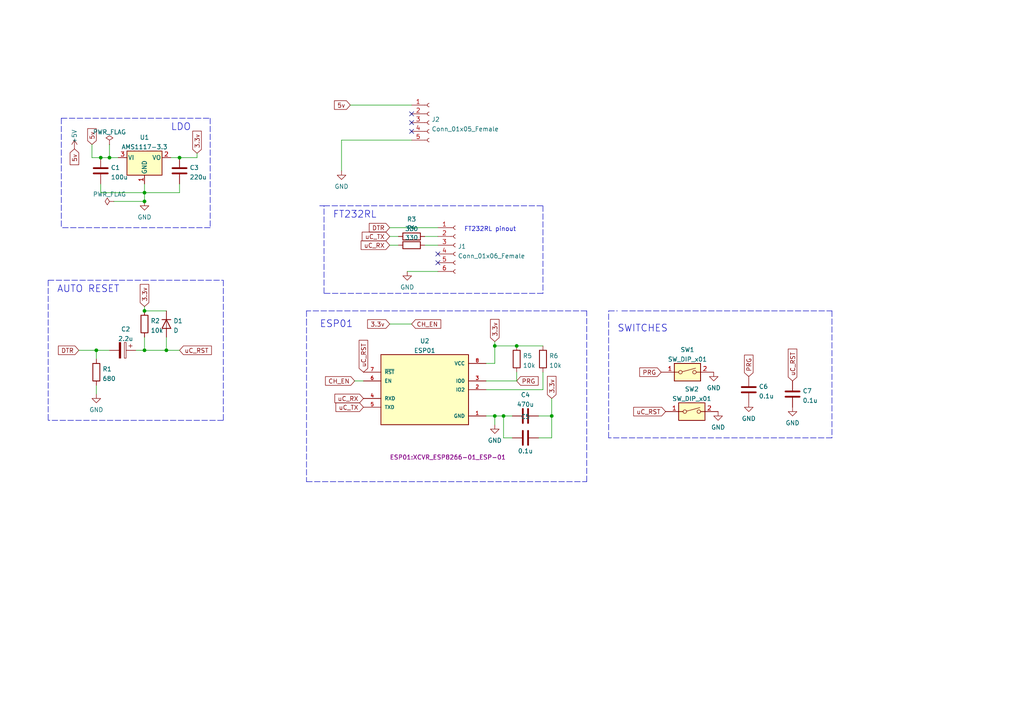
<source format=kicad_sch>
(kicad_sch (version 20211123) (generator eeschema)
  (paper "A4")
  (title_block (title "esp01 programming board") (date "2022-02-19") (rev "0.1") (company "Amitesh Singh"))
  (lib_symbols
    (symbol "Connector:Conn_01x05_Female" (pin_names (offset 1.016) hide)
      (property "Reference" "J" (at 0 7.62 0))
      (property "Value" "Conn_01x05_Female" (at 0 -7.62 0))
      (symbol "Conn_01x05_Female_1_1"
        (arc (start 0 -4.572) (mid -0.508 -5.08) (end 0 -5.588) (stroke (width 0.1524)))
        (arc (start 0 -2.032) (mid -0.508 -2.54) (end 0 -3.048) (stroke (width 0.1524)))
        (polyline (pts (xy -1.27 -5.08) (xy -0.508 -5.08)) (stroke (width 0.1524)))
        (polyline (pts (xy -1.27 -2.54) (xy -0.508 -2.54)) (stroke (width 0.1524)))
        (polyline (pts (xy -1.27 0) (xy -0.508 0)) (stroke (width 0.1524)))
        (polyline (pts (xy -1.27 2.54) (xy -0.508 2.54)) (stroke (width 0.1524)))
        (polyline (pts (xy -1.27 5.08) (xy -0.508 5.08)) (stroke (width 0.1524)))
        (arc (start 0 0.508) (mid -0.508 0) (end 0 -0.508) (stroke (width 0.1524)))
        (arc (start 0 3.048) (mid -0.508 2.54) (end 0 2.032) (stroke (width 0.1524)))
        (arc (start 0 5.588) (mid -0.508 5.08) (end 0 4.572) (stroke (width 0.1524)))
        (pin passive line (at -5.08 5.08 0) (length 3.81) (name "Pin_1") (number "1"))
        (pin passive line (at -5.08 2.54 0) (length 3.81) (name "Pin_2") (number "2"))
        (pin passive line (at -5.08 0 0) (length 3.81) (name "Pin_3") (number "3"))
        (pin passive line (at -5.08 -2.54 0) (length 3.81) (name "Pin_4") (number "4"))
        (pin passive line (at -5.08 -5.08 0) (length 3.81) (name "Pin_5") (number "5"))
      )
    )
    (symbol "Connector:Conn_01x06_Female" (pin_names (offset 1.016) hide)
      (property "Reference" "J" (at 0 7.62 0))
      (property "Value" "Conn_01x06_Female" (at 0 -10.16 0))
      (symbol "Conn_01x06_Female_1_1"
        (arc (start 0 -7.112) (mid -0.508 -7.62) (end 0 -8.128) (stroke (width 0.1524)))
        (arc (start 0 -4.572) (mid -0.508 -5.08) (end 0 -5.588) (stroke (width 0.1524)))
        (arc (start 0 -2.032) (mid -0.508 -2.54) (end 0 -3.048) (stroke (width 0.1524)))
        (polyline (pts (xy -1.27 -7.62) (xy -0.508 -7.62)) (stroke (width 0.1524)))
        (polyline (pts (xy -1.27 -5.08) (xy -0.508 -5.08)) (stroke (width 0.1524)))
        (polyline (pts (xy -1.27 -2.54) (xy -0.508 -2.54)) (stroke (width 0.1524)))
        (polyline (pts (xy -1.27 0) (xy -0.508 0)) (stroke (width 0.1524)))
        (polyline (pts (xy -1.27 2.54) (xy -0.508 2.54)) (stroke (width 0.1524)))
        (polyline (pts (xy -1.27 5.08) (xy -0.508 5.08)) (stroke (width 0.1524)))
        (arc (start 0 0.508) (mid -0.508 0) (end 0 -0.508) (stroke (width 0.1524)))
        (arc (start 0 3.048) (mid -0.508 2.54) (end 0 2.032) (stroke (width 0.1524)))
        (arc (start 0 5.588) (mid -0.508 5.08) (end 0 4.572) (stroke (width 0.1524)))
        (pin passive line (at -5.08 5.08 0) (length 3.81) (name "Pin_1") (number "1"))
        (pin passive line (at -5.08 2.54 0) (length 3.81) (name "Pin_2") (number "2"))
        (pin passive line (at -5.08 0 0) (length 3.81) (name "Pin_3") (number "3"))
        (pin passive line (at -5.08 -2.54 0) (length 3.81) (name "Pin_4") (number "4"))
        (pin passive line (at -5.08 -5.08 0) (length 3.81) (name "Pin_5") (number "5"))
        (pin passive line (at -5.08 -7.62 0) (length 3.81) (name "Pin_6") (number "6"))
      )
    )
    (symbol "Device:C" (pin_numbers hide) (pin_names (offset 0.254))
      (property "Reference" "C" (at 0.635 2.54 0))
      (property "Value" "C" (at 0.635 -2.54 0))
      (symbol "C_0_1"
        (polyline (pts (xy -2.032 -0.762) (xy 2.032 -0.762)) (stroke (width 0.508)))
        (polyline (pts (xy -2.032 0.762) (xy 2.032 0.762)) (stroke (width 0.508)))
      )
      (symbol "C_1_1"
        (pin passive line (at 0 3.81 270) (length 2.794) (name "~") (number "1"))
        (pin passive line (at 0 -3.81 90) (length 2.794) (name "~") (number "2"))
      )
    )
    (symbol "Device:C_Polarized" (pin_numbers hide) (pin_names (offset 0.254))
      (property "Reference" "C" (at 0.635 2.54 0))
      (property "Value" "C_Polarized" (at 0.635 -2.54 0))
      (symbol "C_Polarized_0_1"
        (rectangle (start -2.286 0.508) (end 2.286 1.016))
        (polyline (pts (xy -1.778 2.286) (xy -0.762 2.286)))
        (polyline (pts (xy -1.27 2.794) (xy -1.27 1.778)))
        (rectangle (start 2.286 -0.508) (end -2.286 -1.016) (fill (type outline)))
      )
      (symbol "C_Polarized_1_1"
        (pin passive line (at 0 3.81 270) (length 2.794) (name "~") (number "1"))
        (pin passive line (at 0 -3.81 90) (length 2.794) (name "~") (number "2"))
      )
    )
    (symbol "Device:D" (pin_numbers hide) (pin_names (offset 1.016) hide)
      (property "Reference" "D" (at 0 2.54 0))
      (property "Value" "D" (at 0 -2.54 0))
      (symbol "D_0_1"
        (polyline (pts (xy -1.27 1.27) (xy -1.27 -1.27)) (stroke (width 0.254)))
        (polyline (pts (xy 1.27 0) (xy -1.27 0)))
        (polyline (pts (xy 1.27 1.27) (xy 1.27 -1.27) (xy -1.27 0) (xy 1.27 1.27)) (stroke (width 0.254)))
      )
      (symbol "D_1_1"
        (pin passive line (at -3.81 0 0) (length 2.54) (name "K") (number "1"))
        (pin passive line (at 3.81 0 180) (length 2.54) (name "A") (number "2"))
      )
    )
    (symbol "Device:R" (pin_numbers hide) (pin_names (offset 0))
      (property "Reference" "R" (at 2.032 0 90))
      (property "Value" "R" (at 0 0 90))
      (symbol "R_0_1"
        (rectangle (start -1.016 -2.54) (end 1.016 2.54) (stroke (width 0.254)))
      )
      (symbol "R_1_1"
        (pin passive line (at 0 3.81 270) (length 1.27) (name "~") (number "1"))
        (pin passive line (at 0 -3.81 90) (length 1.27) (name "~") (number "2"))
      )
    )
    (symbol "Regulator_Linear:AMS1117-3.3" (pin_names (offset 0.254))
      (property "Reference" "U" (at -3.81 3.175 0))
      (property "Value" "AMS1117-3.3" (at 0 3.175 0))
      (symbol "AMS1117-3.3_0_1"
        (rectangle (start -5.08 -5.08) (end 5.08 1.905) (stroke (width 0.254)) (fill (type background)))
      )
      (symbol "AMS1117-3.3_1_1"
        (pin power_in line (at 0 -7.62 90) (length 2.54) (name "GND") (number "1"))
        (pin power_out line (at 7.62 0 180) (length 2.54) (name "VO") (number "2"))
        (pin power_in line (at -7.62 0 0) (length 2.54) (name "VI") (number "3"))
      )
    )
    (symbol "Switch:SW_DIP_x01" (pin_names (offset 0) hide)
      (property "Reference" "SW" (at 0 3.81 0))
      (property "Value" "SW_DIP_x01" (at 0 -3.81 0))
      (symbol "SW_DIP_x01_0_0"
        (circle (center -2.032 0) (radius 0.508))
        (polyline (pts (xy -1.524 0.127) (xy 2.3622 1.1684)))
        (circle (center 2.032 0) (radius 0.508))
      )
      (symbol "SW_DIP_x01_0_1"
        (rectangle (start -3.81 2.54) (end 3.81 -2.54) (stroke (width 0.254)) (fill (type background)))
      )
      (symbol "SW_DIP_x01_1_1"
        (pin passive line (at -7.62 0 0) (length 5.08) (name "~") (number "1"))
        (pin passive line (at 7.62 0 180) (length 5.08) (name "~") (number "2"))
      )
    )
    (symbol "my_esp01:ESP01" (pin_names (offset 1.016))
      (property "Reference" "U" (at -12.7 10.668 0))
      (property "Value" "ESP01" (at -3.81 -12.7 0))
      (symbol "ESP01_0_0"
        (rectangle (start -12.7 -10.16) (end 12.7 10.16) (stroke (width 0.254)) (fill (type background)))
        (pin power_in line (at 17.78 -7.62 180) (length 5.08) (name "GND") (number "1"))
        (pin bidirectional line (at 17.78 0 180) (length 5.08) (name "IO2") (number "2"))
        (pin bidirectional line (at 17.78 2.54 180) (length 5.08) (name "IO0") (number "3"))
        (pin input line (at -17.78 -2.54 0) (length 5.08) (name "RXD") (number "4"))
        (pin output line (at -17.78 -5.08 0) (length 5.08) (name "TXD") (number "5"))
        (pin input line (at -17.78 2.54 0) (length 5.08) (name "EN") (number "6"))
        (pin input line (at -17.78 5.08 0) (length 5.08) (name "~{RST}") (number "7"))
        (pin power_in line (at 17.78 7.62 180) (length 5.08) (name "VCC") (number "8"))
      )
    )
    (symbol "power:+5V" (power) (pin_names (offset 0))
      (property "Value" "+5V" (at 0 3.556 0))
      (symbol "+5V_0_1"
        (polyline (pts (xy -0.762 1.27) (xy 0 2.54)))
        (polyline (pts (xy 0 0) (xy 0 2.54)))
        (polyline (pts (xy 0 2.54) (xy 0.762 1.27)))
      )
      (symbol "+5V_1_1"
        (pin power_in line (at 0 0 90) (length 0) hide (name "+5V") (number "1"))
      )
    )
    (symbol "power:GND" (power) (pin_names (offset 0))
      (property "Value" "GND" (at 0 -3.81 0))
      (symbol "GND_0_1"
        (polyline (pts (xy 0 0) (xy 0 -1.27) (xy 1.27 -1.27) (xy 0 -2.54) (xy -1.27 -1.27) (xy 0 -1.27)))
      )
      (symbol "GND_1_1"
        (pin power_in line (at 0 0 270) (length 0) hide (name "GND") (number "1"))
      )
    )
    (symbol "power:PWR_FLAG" (power) (pin_numbers hide) (pin_names (offset 0) hide)
      (property "Value" "PWR_FLAG" (at 0 3.81 0))
      (symbol "PWR_FLAG_0_0"
        (pin power_out line (at 0 0 90) (length 0) (name "pwr") (number "1"))
      )
      (symbol "PWR_FLAG_0_1"
        (polyline (pts (xy 0 0) (xy 0 1.27) (xy -1.016 1.905) (xy 0 2.54) (xy 1.016 1.905) (xy 0 1.27)))
      )
    )
  )
  (junction (at 149.86 100.33))
  (junction (at 27.94 101.6))
  (junction (at 41.91 90.17))
  (junction (at 29.21 45.72))
  (junction (at 143.51 100.33))
  (junction (at 41.91 58.42))
  (junction (at 31.75 45.72))
  (junction (at 48.26 101.6))
  (junction (at 41.91 55.88))
  (junction (at 143.51 120.65))
  (junction (at 160.02 120.65))
  (junction (at 41.91 101.6))
  (junction (at 52.07 45.72))
  (junction (at 146.05 120.65))
  (no_connect (at 127 76.2))
  (no_connect (at 127 73.66))
  (no_connect (at 119.38 38.1))
  (no_connect (at 119.38 33.02))
  (no_connect (at 119.38 35.56))
  (wire (pts (xy 57.15 45.72) (xy 52.07 45.72)))
  (polyline (pts (xy 64.77 81.28) (xy 64.77 121.92)))
  (wire (pts (xy 48.26 101.6) (xy 52.07 101.6)))
  (wire (pts (xy 27.94 101.6) (xy 27.94 104.14)))
  (wire (pts (xy 99.06 40.64) (xy 119.38 40.64)))
  (wire (pts (xy 140.97 105.41) (xy 143.51 105.41)))
  (wire (pts (xy 143.51 100.33) (xy 143.51 105.41)))
  (wire (pts (xy 27.94 111.76) (xy 27.94 114.3)))
  (wire (pts (xy 99.06 40.64) (xy 99.06 49.53)))
  (wire (pts (xy 27.94 101.6) (xy 31.75 101.6)))
  (wire (pts (xy 41.91 90.17) (xy 48.26 90.17)))
  (polyline (pts (xy 176.53 127) (xy 176.53 90.17)))
  (polyline (pts (xy 64.77 121.92) (xy 13.97 121.92)))
  (polyline (pts (xy 60.96 66.04) (xy 17.78 66.04)))
  (polyline (pts (xy 88.9 139.7) (xy 170.18 139.7)))
  (wire (pts (xy 140.97 120.65) (xy 143.51 120.65)))
  (wire (pts (xy 149.86 110.49) (xy 149.86 107.95)))
  (polyline (pts (xy 93.98 59.69) (xy 157.48 59.69)))
  (polyline (pts (xy 17.78 34.29) (xy 60.96 34.29)))
  (wire (pts (xy 39.37 101.6) (xy 41.91 101.6)))
  (wire (pts (xy 157.48 113.03) (xy 157.48 107.95)))
  (wire (pts (xy 160.02 115.57) (xy 160.02 120.65)))
  (wire (pts (xy 41.91 101.6) (xy 48.26 101.6)))
  (polyline (pts (xy 13.97 81.28) (xy 13.97 121.92)))
  (polyline (pts (xy 13.97 81.28) (xy 64.77 81.28)))
  (wire (pts (xy 140.97 113.03) (xy 157.48 113.03)))
  (wire (pts (xy 57.15 44.45) (xy 57.15 45.72)))
  (polyline (pts (xy 60.96 34.29) (xy 60.96 66.04)))
  (wire (pts (xy 41.91 55.88) (xy 41.91 58.42)))
  (polyline (pts (xy 157.48 59.69) (xy 157.48 85.09)))
  (wire (pts (xy 33.02 58.42) (xy 41.91 58.42)))
  (wire (pts (xy 123.19 68.58) (xy 127 68.58)))
  (polyline (pts (xy 157.48 85.09) (xy 93.98 85.09)))
  (wire (pts (xy 160.02 127) (xy 160.02 120.65)))
  (wire (pts (xy 123.19 71.12) (xy 127 71.12)))
  (polyline (pts (xy 88.9 90.17) (xy 88.9 92.71)))
  (wire (pts (xy 156.21 120.65) (xy 160.02 120.65)))
  (polyline (pts (xy 170.18 90.17) (xy 88.9 90.17)))
  (wire (pts (xy 146.05 120.65) (xy 148.59 120.65)))
  (wire (pts (xy 102.87 110.49) (xy 105.41 110.49)))
  (wire (pts (xy 113.03 71.12) (xy 115.57 71.12)))
  (wire (pts (xy 41.91 97.79) (xy 41.91 101.6)))
  (polyline (pts (xy 93.98 85.09) (xy 93.98 59.69)))
  (polyline (pts (xy 180.34 90.17) (xy 241.3 90.17)))
  (wire (pts (xy 156.21 127) (xy 160.02 127)))
  (wire (pts (xy 113.03 68.58) (xy 115.57 68.58)))
  (wire (pts (xy 31.75 41.91) (xy 31.75 45.72)))
  (polyline (pts (xy 170.18 139.7) (xy 170.18 90.17)))
  (polyline (pts (xy 241.3 90.17) (xy 241.3 127)))
  (polyline (pts (xy 92.71 59.69) (xy 93.98 59.69)))
  (wire (pts (xy 118.11 78.74) (xy 127 78.74)))
  (polyline (pts (xy 17.78 34.29) (xy 17.78 66.04)))
  (wire (pts (xy 113.03 93.98) (xy 119.38 93.98)))
  (wire (pts (xy 143.51 100.33) (xy 149.86 100.33)))
  (wire (pts (xy 48.26 97.79) (xy 48.26 101.6)))
  (wire (pts (xy 143.51 120.65) (xy 146.05 120.65)))
  (wire (pts (xy 52.07 45.72) (xy 49.53 45.72)))
  (wire (pts (xy 52.07 55.88) (xy 52.07 53.34)))
  (wire (pts (xy 146.05 120.65) (xy 146.05 127)))
  (wire (pts (xy 26.67 45.72) (xy 29.21 45.72)))
  (wire (pts (xy 41.91 53.34) (xy 41.91 55.88)))
  (polyline (pts (xy 176.53 90.17) (xy 179.07 90.17)))
  (wire (pts (xy 101.6 30.48) (xy 119.38 30.48)))
  (wire (pts (xy 26.67 41.91) (xy 26.67 45.72)))
  (wire (pts (xy 41.91 88.9) (xy 41.91 90.17)))
  (wire (pts (xy 22.86 101.6) (xy 27.94 101.6)))
  (wire (pts (xy 29.21 53.34) (xy 29.21 55.88)))
  (polyline (pts (xy 241.3 127) (xy 176.53 127)))
  (wire (pts (xy 41.91 55.88) (xy 52.07 55.88)))
  (wire (pts (xy 146.05 127) (xy 148.59 127)))
  (wire (pts (xy 149.86 100.33) (xy 157.48 100.33)))
  (wire (pts (xy 143.51 99.06) (xy 143.51 100.33)))
  (wire (pts (xy 29.21 55.88) (xy 41.91 55.88)))
  (wire (pts (xy 29.21 45.72) (xy 31.75 45.72)))
  (wire (pts (xy 143.51 120.65) (xy 143.51 123.19)))
  (wire (pts (xy 140.97 110.49) (xy 149.86 110.49)))
  (polyline (pts (xy 88.9 92.71) (xy 88.9 139.7)))
  (wire (pts (xy 113.03 66.04) (xy 127 66.04)))
  (wire (pts (xy 31.75 45.72) (xy 34.29 45.72)))
  (text "SWITCHES" (at 179.07 96.52 0) (effects (font (size 2 2)) (justify left bottom)))
  (text "LDO" (at 49.53 38.1 0) (effects (font (size 2 2)) (justify left bottom)))
  (text "ESP01\n" (at 92.71 95.25 0) (effects (font (size 2 2)) (justify left bottom)))
  (text "FT232RL" (at 96.52 63.5 0) (effects (font (size 2 2)) (justify left bottom)))
  (text "AUTO RESET" (at 16.51 85.09 0) (effects (font (size 2 2)) (justify left bottom)))
  (text "FT232RL pinout" (at 134.62 67.31 0) (effects (font (size 1.27 1.27)) (justify left bottom)))
  (global_label "DTR" (shape input) (at 113.03 66.04 180) (property "Intersheet References" "${INTERSHEET_REFS}" (effects hide)))
  (global_label "5v" (shape input) (at 21.59 43.18 270) (property "Intersheet References" "${INTERSHEET_REFS}" (effects hide)))
  (global_label "5v" (shape input) (at 26.67 41.91 90) (property "Intersheet References" "${INTERSHEET_REFS}" (effects hide)))
  (global_label "3.3v" (shape input) (at 113.03 93.98 180) (property "Intersheet References" "${INTERSHEET_REFS}" (effects hide)))
  (global_label "uC_TX" (shape input) (at 105.41 118.11 180) (property "Intersheet References" "${INTERSHEET_REFS}" (effects hide)))
  (global_label "3.3v" (shape input) (at 57.15 44.45 90) (property "Intersheet References" "${INTERSHEET_REFS}" (effects hide)))
  (global_label "CH_EN" (shape input) (at 119.38 93.98 0) (property "Intersheet References" "${INTERSHEET_REFS}" (effects hide)))
  (global_label "uC_TX" (shape input) (at 113.03 68.58 180) (property "Intersheet References" "${INTERSHEET_REFS}" (effects hide)))
  (global_label "CH_EN" (shape input) (at 102.87 110.49 180) (property "Intersheet References" "${INTERSHEET_REFS}" (effects hide)))
  (global_label "3.3v" (shape input) (at 41.91 88.9 90) (property "Intersheet References" "${INTERSHEET_REFS}" (effects hide)))
  (global_label "PRG" (shape input) (at 149.86 110.49 0) (property "Intersheet References" "${INTERSHEET_REFS}" (effects hide)))
  (global_label "3.3v" (shape input) (at 160.02 115.57 90) (property "Intersheet References" "${INTERSHEET_REFS}" (effects hide)))
  (global_label "PRG" (shape input) (at 191.77 107.95 180) (property "Intersheet References" "${INTERSHEET_REFS}" (effects hide)))
  (global_label "DTR" (shape input) (at 22.86 101.6 180) (property "Intersheet References" "${INTERSHEET_REFS}" (effects hide)))
  (global_label "3.3v" (shape input) (at 143.51 99.06 90) (property "Intersheet References" "${INTERSHEET_REFS}" (effects hide)))
  (global_label "uC_RST" (shape input) (at 193.04 119.38 180) (property "Intersheet References" "${INTERSHEET_REFS}" (effects hide)))
  (global_label "uC_RST" (shape input) (at 229.87 110.49 90) (property "Intersheet References" "${INTERSHEET_REFS}" (effects hide)))
  (global_label "5v" (shape input) (at 101.6 30.48 180) (property "Intersheet References" "${INTERSHEET_REFS}" (effects hide)))
  (global_label "uC_RST" (shape input) (at 52.07 101.6 0) (property "Intersheet References" "${INTERSHEET_REFS}" (effects hide)))
  (global_label "uC_RX" (shape input) (at 113.03 71.12 180) (property "Intersheet References" "${INTERSHEET_REFS}" (effects hide)))
  (global_label "PRG" (shape input) (at 217.17 109.22 90) (property "Intersheet References" "${INTERSHEET_REFS}" (effects hide)))
  (global_label "uC_RX" (shape input) (at 105.41 115.57 180) (property "Intersheet References" "${INTERSHEET_REFS}" (effects hide)))
  (global_label "uC_RST" (shape input) (at 105.41 107.95 90) (property "Intersheet References" "${INTERSHEET_REFS}" (effects hide)))
  (symbol (lib_id "Device:C") (at 52.07 49.53 0) (unit 1)
    (property "Reference" "C3" (at 54.991 48.6215 0) (effects (justify left)))
    (property "Value" "220u" (at 54.991 51.3966 0) (effects (justify left)))
    (property "Footprint" "Capacitor_THT:C_Radial_D4.0mm_H7.0mm_P1.50mm" (effects hide))
  )
  (symbol (lib_id "Device:R") (at 41.91 93.98 0) (unit 1)
    (property "Reference" "R2" (at 43.688 93.0715 0) (effects (justify left)))
    (property "Value" "10k" (at 43.688 95.8466 0) (effects (justify left)))
    (property "Footprint" "Resistor_SMD:R_0805_2012Metric_Pad1.20x1.40mm_HandSolder" (effects hide))
  )
  (symbol (lib_id "Device:C_Polarized") (at 35.56 101.6 270) (unit 1)
    (property "Reference" "C2" (at 36.449 95.4745 90))
    (property "Value" "2.2u" (at 36.449 98.2496 90))
    (property "Footprint" "Capacitor_THT:C_Radial_D4.0mm_H7.0mm_P1.50mm" (effects hide))
  )
  (symbol (lib_id "power:GND") (at 217.17 116.84 0) (unit 1)
    (property "Reference" "#PWR08" (effects hide))
    (property "Value" "GND" (at 217.17 121.4025 0))
  )
  (symbol (lib_id "power:GND") (at 208.28 119.38 0) (unit 1)
    (property "Reference" "#PWR07" (effects hide))
    (property "Value" "GND" (at 208.28 123.9425 0))
  )
  (symbol (lib_id "power:PWR_FLAG") (at 33.02 58.42 90) (unit 1)
    (property "Reference" "#FLG0102" (effects hide))
    (property "Value" "PWR_FLAG" (at 31.75 56.3395 90))
  )
  (symbol (lib_id "power:GND") (at 27.94 114.3 0) (unit 1)
    (property "Reference" "#PWR02" (effects hide))
    (property "Value" "GND" (at 27.94 118.8625 0))
  )
  (symbol (lib_id "Device:R") (at 157.48 104.14 180) (unit 1)
    (property "Reference" "R6" (at 159.258 103.2315 0) (effects (justify right)))
    (property "Value" "10k" (at 159.258 106.0066 0) (effects (justify right)))
    (property "Footprint" "Resistor_SMD:R_0805_2012Metric_Pad1.20x1.40mm_HandSolder" (effects hide))
  )
  (symbol (lib_id "Regulator_Linear:AMS1117-3.3") (at 41.91 45.72 0) (unit 1)
    (property "Reference" "U1" (at 41.91 39.8485 0))
    (property "Value" "AMS1117-3.3" (at 41.91 42.6236 0))
    (property "Footprint" "Package_TO_SOT_SMD:SOT-223-3_TabPin2" (effects hide))
    (property "Datasheet" "http://www.advanced-monolithic.com/pdf/ds1117.pdf" (effects hide))
  )
  (symbol (lib_id "Device:R") (at 149.86 104.14 180) (unit 1)
    (property "Reference" "R5" (at 151.638 103.2315 0) (effects (justify right)))
    (property "Value" "10k" (at 151.638 106.0066 0) (effects (justify right)))
    (property "Footprint" "Resistor_SMD:R_0805_2012Metric_Pad1.20x1.40mm_HandSolder" (effects hide))
  )
  (symbol (lib_id "power:GND") (at 118.11 78.74 0) (unit 1)
    (property "Reference" "#PWR04" (effects hide))
    (property "Value" "GND" (at 118.11 83.3025 0))
  )
  (symbol (lib_id "Device:C") (at 152.4 120.65 270) (unit 1)
    (property "Reference" "C4" (at 152.4 114.5245 90))
    (property "Value" "470u" (at 152.4 117.2996 90))
    (property "Footprint" "Capacitor_THT:C_Radial_D4.0mm_H7.0mm_P1.50mm" (effects hide))
  )
  (symbol (lib_id "power:GND") (at 41.91 58.42 0) (unit 1)
    (property "Reference" "#PWR03" (effects hide))
    (property "Value" "GND" (at 41.91 62.9825 0))
  )
  (symbol (lib_id "Device:R") (at 119.38 68.58 270) (unit 1)
    (property "Reference" "R3" (at 119.38 63.5975 90))
    (property "Value" "330" (at 119.38 66.3726 90))
    (property "Footprint" "Resistor_SMD:R_0805_2012Metric_Pad1.20x1.40mm_HandSolder" (effects hide))
  )
  (symbol (lib_id "Switch:SW_DIP_x01") (at 200.66 119.38 0) (unit 1)
    (property "Reference" "SW2" (at 200.66 112.8735 0))
    (property "Value" "SW_DIP_x01" (at 200.66 115.6486 0))
    (property "Footprint" "Button_Switch_THT:SW_PUSH_6mm_H5mm" (effects hide))
  )
  (symbol (lib_id "Device:R") (at 27.94 107.95 0) (unit 1)
    (property "Reference" "R1" (at 29.718 107.0415 0) (effects (justify left)))
    (property "Value" "680" (at 29.718 109.8166 0) (effects (justify left)))
    (property "Footprint" "Resistor_SMD:R_0805_2012Metric_Pad1.20x1.40mm_HandSolder" (effects hide))
  )
  (symbol (lib_id "Device:C") (at 217.17 113.03 0) (unit 1)
    (property "Reference" "C6" (at 220.091 112.1215 0) (effects (justify left)))
    (property "Value" "0.1u" (at 220.091 114.8966 0) (effects (justify left)))
    (property "Footprint" "Capacitor_SMD:C_0805_2012Metric_Pad1.18x1.45mm_HandSolder" (effects hide))
  )
  (symbol (lib_id "Connector:Conn_01x06_Female") (at 132.08 71.12 0) (unit 1)
    (property "Reference" "J1" (at 132.7912 71.4815 0) (effects (justify left)))
    (property "Value" "Conn_01x06_Female" (at 132.7912 74.2566 0) (effects (justify left)))
    (property "Footprint" "Connector_PinHeader_2.54mm:PinHeader_1x06_P2.54mm_Vertical" (effects hide))
  )
  (symbol (lib_id "power:GND") (at 99.06 49.53 0) (unit 1)
    (property "Reference" "#PWR010" (effects hide))
    (property "Value" "GND" (at 99.06 54.0925 0))
  )
  (symbol (lib_id "Device:C") (at 229.87 114.3 180) (unit 1)
    (property "Reference" "C7" (at 232.791 113.3915 0) (effects (justify right)))
    (property "Value" "0.1u" (at 232.791 116.1666 0) (effects (justify right)))
    (property "Footprint" "Capacitor_SMD:C_0805_2012Metric_Pad1.18x1.45mm_HandSolder" (effects hide))
  )
  (symbol (lib_id "power:GND") (at 143.51 123.19 0) (unit 1)
    (property "Reference" "#PWR05" (effects hide))
    (property "Value" "GND" (at 143.51 127.7525 0))
  )
  (symbol (lib_id "power:+5V") (at 21.59 43.18 0) (unit 1)
    (property "Reference" "#PWR01" (effects hide))
    (property "Value" "+5V" (at 21.59 39.5755 90))
  )
  (symbol (lib_id "Device:D") (at 48.26 93.98 270) (unit 1)
    (property "Reference" "D1" (at 50.292 93.0715 90) (effects (justify left)))
    (property "Value" "D" (at 50.292 95.8466 90) (effects (justify left)))
    (property "Footprint" "Diode_SMD:D_1206_3216Metric_Pad1.42x1.75mm_HandSolder" (effects hide))
  )
  (symbol (lib_id "Switch:SW_DIP_x01") (at 199.39 107.95 0) (unit 1)
    (property "Reference" "SW1" (at 199.39 101.4435 0))
    (property "Value" "SW_DIP_x01" (at 199.39 104.2186 0))
    (property "Footprint" "Button_Switch_THT:SW_PUSH_6mm_H5mm" (effects hide))
  )
  (symbol (lib_id "Device:R") (at 119.38 71.12 90) (unit 1)
    (property "Reference" "R4" (at 119.38 66.1375 90))
    (property "Value" "330" (at 119.38 68.9126 90))
    (property "Footprint" "Resistor_SMD:R_0805_2012Metric_Pad1.20x1.40mm_HandSolder" (effects hide))
  )
  (symbol (lib_id "power:PWR_FLAG") (at 31.75 41.91 0) (unit 1)
    (property "Reference" "#FLG0101" (effects hide))
    (property "Value" "PWR_FLAG" (at 31.75 38.3055 0))
  )
  (symbol (lib_id "Connector:Conn_01x05_Female") (at 124.46 35.56 0) (unit 1)
    (property "Reference" "J2" (at 125.1712 34.6515 0) (effects (justify left)))
    (property "Value" "Conn_01x05_Female" (at 125.1712 37.4266 0) (effects (justify left)))
    (property "Footprint" "Connector_PinHeader_2.54mm:PinHeader_1x05_P2.54mm_Vertical" (effects hide))
  )
  (symbol (lib_id "Device:C") (at 152.4 127 270) (unit 1)
    (property "Reference" "C5" (at 152.4 120.8745 90))
    (property "Value" "0.1u" (at 152.4 130.81 90))
    (property "Footprint" "Capacitor_SMD:C_0805_2012Metric_Pad1.18x1.45mm_HandSolder" (effects hide))
  )
  (symbol (lib_id "my_esp01:ESP01") (at 123.19 113.03 0) (unit 1)
    (property "Reference" "U2" (at 123.19 98.9035 0))
    (property "Value" "ESP01" (at 123.19 101.6786 0))
    (property "Footprint" "ESP01:XCVR_ESP8266-01_ESP-01" (at 113.03 133.35 0) (effects (justify left bottom)))
    (property "PARTREV" "V1.2" (effects hide))
    (property "STANDARD" "Manufacturer recommendations or IPC 7351B" (effects hide))
    (property "MAXIMUM_PACKAGE_HEIGHT" "11.2 mm" (effects hide))
    (property "MANUFACTURER" "ESPRESSIF" (effects hide))
  )
  (symbol (lib_id "power:GND") (at 229.87 118.11 0) (unit 1)
    (property "Reference" "#PWR09" (effects hide))
    (property "Value" "GND" (at 229.87 122.6725 0))
  )
  (symbol (lib_id "Device:C") (at 29.21 49.53 0) (unit 1)
    (property "Reference" "C1" (at 32.131 48.6215 0) (effects (justify left)))
    (property "Value" "100u" (at 32.131 51.3966 0) (effects (justify left)))
    (property "Footprint" "Capacitor_THT:C_Radial_D4.0mm_H7.0mm_P1.50mm" (effects hide))
  )
  (symbol (lib_id "power:GND") (at 207.01 107.95 0) (unit 1)
    (property "Reference" "#PWR06" (effects hide))
    (property "Value" "GND" (at 207.01 112.5125 0))
  )
)
</source>
